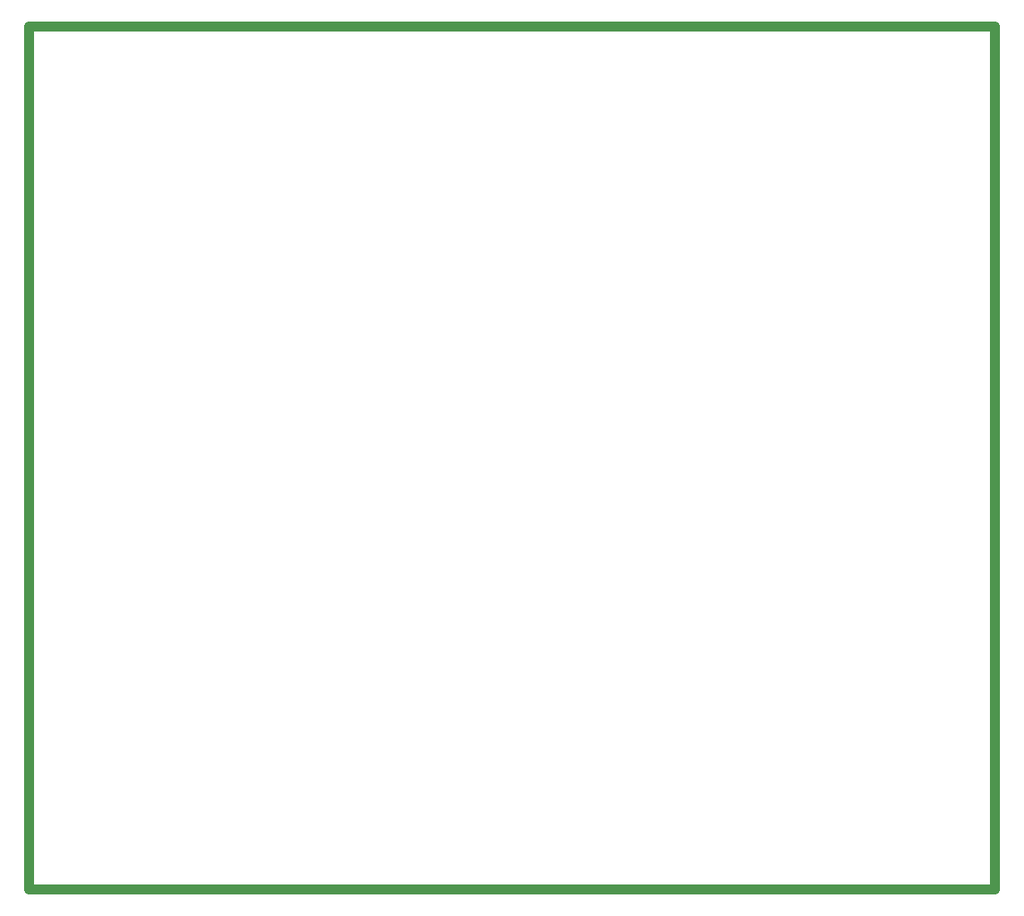
<source format=gko>
G04*
G04 #@! TF.GenerationSoftware,Altium Limited,Altium Designer,23.6.0 (18)*
G04*
G04 Layer_Color=16711935*
%FSTAX25Y25*%
%MOIN*%
G70*
G04*
G04 #@! TF.SameCoordinates,9BEE5B86-6B9F-4FCF-B317-2D1E74663753*
G04*
G04*
G04 #@! TF.FilePolarity,Positive*
G04*
G01*
G75*
%ADD37C,0.03937*%
D37*
X0048Y0091D02*
X04355D01*
X0048D02*
Y04375D01*
X04355D01*
Y0091D02*
Y04375D01*
M02*

</source>
